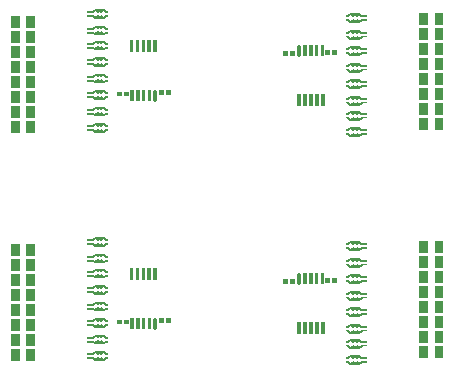
<source format=gbr>
G04 start of page 11 for group -4014 idx -4014 *
G04 Title: (unknown), bottompaste *
G04 Creator: pcb 4.2.0 *
G04 CreationDate: Wed Jul 29 20:49:24 2020 UTC *
G04 For: commonadmin *
G04 Format: Gerber/RS-274X *
G04 PCB-Dimensions (mil): 2000.00 2000.00 *
G04 PCB-Coordinate-Origin: lower left *
%MOIN*%
%FSLAX25Y25*%
%LNBOTTOMPASTE*%
%ADD60C,0.0120*%
%ADD59C,0.0001*%
%ADD58C,0.0060*%
G54D58*X45900Y80000D02*X48900D01*
X49600Y79300D01*
X45200D02*X45900Y80000D01*
G54D59*G36*
X43400Y79600D02*Y79000D01*
X45500D01*
Y79600D01*
X43400D01*
G37*
G36*
X49300D02*Y79000D01*
X50400D01*
Y79600D01*
X49300D01*
G37*
G54D58*X46200Y80000D02*X46800Y79400D01*
X47400Y80000D01*
X48000Y79400D02*X48600Y80000D01*
X47400D02*X48000Y79400D01*
X45900Y77400D02*X49000D01*
X49600Y78000D01*
X45300D02*X45900Y77400D01*
G54D59*G36*
X43400Y78300D02*Y77700D01*
X45600D01*
Y78300D01*
X43400D01*
G37*
G36*
X49300D02*Y77700D01*
X50400D01*
Y78300D01*
X49300D01*
G37*
G54D58*X46100Y77400D02*X46800Y78100D01*
X45900Y77400D02*X46100D01*
X46800Y78100D02*X47500Y77400D01*
X47300D02*X48000Y78100D01*
X48700Y77400D01*
X45900Y74500D02*X48900D01*
X49600Y73800D01*
X45200D02*X45900Y74500D01*
G54D59*G36*
X43400Y74100D02*Y73500D01*
X45500D01*
Y74100D01*
X43400D01*
G37*
G36*
X49300D02*Y73500D01*
X50400D01*
Y74100D01*
X49300D01*
G37*
G54D58*X46200Y74500D02*X46800Y73900D01*
X47400Y74500D01*
X48000Y73900D02*X48600Y74500D01*
X47400D02*X48000Y73900D01*
X45900Y71900D02*X49000D01*
X49600Y72500D01*
X45300D02*X45900Y71900D01*
G54D59*G36*
X43400Y72800D02*Y72200D01*
X45600D01*
Y72800D01*
X43400D01*
G37*
G36*
X49300D02*Y72200D01*
X50400D01*
Y72800D01*
X49300D01*
G37*
G54D58*X46100Y71900D02*X46800Y72600D01*
X45900Y71900D02*X46100D01*
X46800Y72600D02*X47500Y71900D01*
X47300D02*X48000Y72600D01*
X48700Y71900D01*
X45900Y69000D02*X48900D01*
X49600Y68300D01*
X45200D02*X45900Y69000D01*
G54D59*G36*
X43400Y68600D02*Y68000D01*
X45500D01*
Y68600D01*
X43400D01*
G37*
G36*
X49300D02*Y68000D01*
X50400D01*
Y68600D01*
X49300D01*
G37*
G54D58*X46200Y69000D02*X46800Y68400D01*
X47400Y69000D01*
X48000Y68400D02*X48600Y69000D01*
X47400D02*X48000Y68400D01*
X45900Y66400D02*X49000D01*
X49600Y67000D01*
X45300D02*X45900Y66400D01*
G54D59*G36*
X43400Y67300D02*Y66700D01*
X45600D01*
Y67300D01*
X43400D01*
G37*
G36*
X49300D02*Y66700D01*
X50400D01*
Y67300D01*
X49300D01*
G37*
G54D58*X46100Y66400D02*X46800Y67100D01*
X45900Y66400D02*X46100D01*
X46800Y67100D02*X47500Y66400D01*
X47300D02*X48000Y67100D01*
X48700Y66400D01*
X45900Y107000D02*X48900D01*
X49600Y106300D01*
X45200D02*X45900Y107000D01*
G54D59*G36*
X43400Y106600D02*Y106000D01*
X45500D01*
Y106600D01*
X43400D01*
G37*
G36*
X49300D02*Y106000D01*
X50400D01*
Y106600D01*
X49300D01*
G37*
G54D58*X46200Y107000D02*X46800Y106400D01*
X47400Y107000D01*
X48000Y106400D02*X48600Y107000D01*
X47400D02*X48000Y106400D01*
X45900Y104400D02*X49000D01*
X49600Y105000D01*
X45300D02*X45900Y104400D01*
G54D59*G36*
X43400Y105300D02*Y104700D01*
X45600D01*
Y105300D01*
X43400D01*
G37*
G36*
X49300D02*Y104700D01*
X50400D01*
Y105300D01*
X49300D01*
G37*
G54D58*X46100Y104400D02*X46800Y105100D01*
X45900Y104400D02*X46100D01*
X46800Y105100D02*X47500Y104400D01*
X47300D02*X48000Y105100D01*
X48700Y104400D01*
X45900Y101500D02*X48900D01*
X49600Y100800D01*
X45200D02*X45900Y101500D01*
G54D59*G36*
X43400Y101100D02*Y100500D01*
X45500D01*
Y101100D01*
X43400D01*
G37*
G36*
X49300D02*Y100500D01*
X50400D01*
Y101100D01*
X49300D01*
G37*
G54D58*X46200Y101500D02*X46800Y100900D01*
X47400Y101500D01*
X48000Y100900D02*X48600Y101500D01*
X47400D02*X48000Y100900D01*
X45900Y98900D02*X49000D01*
X49600Y99500D01*
X45300D02*X45900Y98900D01*
G54D59*G36*
X43400Y99800D02*Y99200D01*
X45600D01*
Y99800D01*
X43400D01*
G37*
G36*
X49300D02*Y99200D01*
X50400D01*
Y99800D01*
X49300D01*
G37*
G54D58*X46100Y98900D02*X46800Y99600D01*
X45900Y98900D02*X46100D01*
X46800Y99600D02*X47500Y98900D01*
X47300D02*X48000Y99600D01*
X48700Y98900D01*
X45900Y96500D02*X48900D01*
X49600Y95800D01*
X45200D02*X45900Y96500D01*
G54D59*G36*
X43400Y96100D02*Y95500D01*
X45500D01*
Y96100D01*
X43400D01*
G37*
G36*
X49300D02*Y95500D01*
X50400D01*
Y96100D01*
X49300D01*
G37*
G54D58*X46200Y96500D02*X46800Y95900D01*
X47400Y96500D01*
X48000Y95900D02*X48600Y96500D01*
X47400D02*X48000Y95900D01*
X45900Y93900D02*X49000D01*
X49600Y94500D01*
X45300D02*X45900Y93900D01*
G54D59*G36*
X43400Y94800D02*Y94200D01*
X45600D01*
Y94800D01*
X43400D01*
G37*
G36*
X49300D02*Y94200D01*
X50400D01*
Y94800D01*
X49300D01*
G37*
G54D58*X46100Y93900D02*X46800Y94600D01*
X45900Y93900D02*X46100D01*
X46800Y94600D02*X47500Y93900D01*
X47300D02*X48000Y94600D01*
X48700Y93900D01*
X45900Y91000D02*X48900D01*
X49600Y90300D01*
X45200D02*X45900Y91000D01*
G54D59*G36*
X43400Y90600D02*Y90000D01*
X45500D01*
Y90600D01*
X43400D01*
G37*
G36*
X49300D02*Y90000D01*
X50400D01*
Y90600D01*
X49300D01*
G37*
G54D58*X46200Y91000D02*X46800Y90400D01*
X47400Y91000D01*
X48000Y90400D02*X48600Y91000D01*
X47400D02*X48000Y90400D01*
X45900Y88400D02*X49000D01*
X49600Y89000D01*
X45300D02*X45900Y88400D01*
G54D59*G36*
X43400Y89300D02*Y88700D01*
X45600D01*
Y89300D01*
X43400D01*
G37*
G36*
X49300D02*Y88700D01*
X50400D01*
Y89300D01*
X49300D01*
G37*
G54D58*X46100Y88400D02*X46800Y89100D01*
X45900Y88400D02*X46100D01*
X46800Y89100D02*X47500Y88400D01*
X47300D02*X48000Y89100D01*
X48700Y88400D01*
X45900Y85500D02*X48900D01*
X49600Y84800D01*
X45200D02*X45900Y85500D01*
G54D59*G36*
X43400Y85100D02*Y84500D01*
X45500D01*
Y85100D01*
X43400D01*
G37*
G36*
X49300D02*Y84500D01*
X50400D01*
Y85100D01*
X49300D01*
G37*
G54D58*X46200Y85500D02*X46800Y84900D01*
X47400Y85500D01*
X48000Y84900D02*X48600Y85500D01*
X47400D02*X48000Y84900D01*
X45900Y82900D02*X49000D01*
X49600Y83500D01*
X45300D02*X45900Y82900D01*
G54D59*G36*
X43400Y83800D02*Y83200D01*
X45600D01*
Y83800D01*
X43400D01*
G37*
G36*
X49300D02*Y83200D01*
X50400D01*
Y83800D01*
X49300D01*
G37*
G54D58*X46100Y82900D02*X46800Y83600D01*
X45900Y82900D02*X46100D01*
X46800Y83600D02*X47500Y82900D01*
X47300D02*X48000Y83600D01*
X48700Y82900D01*
G54D59*G36*
X67351Y80287D02*Y78713D01*
X68925D01*
Y80287D01*
X67351D01*
G37*
G36*
X69713D02*Y78713D01*
X71287D01*
Y80287D01*
X69713D01*
G37*
G54D60*X66100Y79800D02*Y77200D01*
G54D59*G36*
X64700Y80400D02*X63500D01*
Y76600D01*
X64700D01*
Y80400D01*
G37*
G36*
X62700D02*X61500D01*
Y76600D01*
X62700D01*
Y80400D01*
G37*
G36*
X60800D02*X59600D01*
Y76600D01*
X60800D01*
Y80400D01*
G37*
G36*
X58800D02*X57600D01*
Y76600D01*
X58800D01*
Y80400D01*
G37*
G36*
X58700Y96900D02*X57500D01*
Y93100D01*
X58700D01*
Y96900D01*
G37*
G36*
X60700D02*X59500D01*
Y93100D01*
X60700D01*
Y96900D01*
G37*
G36*
X62700D02*X61500D01*
Y93100D01*
X62700D01*
Y96900D01*
G37*
G36*
X64600D02*X63400D01*
Y93100D01*
X64600D01*
Y96900D01*
G37*
G36*
X66600D02*X65400D01*
Y93100D01*
X66600D01*
Y96900D01*
G37*
G36*
X55713Y79787D02*Y78213D01*
X57287D01*
Y79787D01*
X55713D01*
G37*
G36*
X53351D02*Y78213D01*
X54925D01*
Y79787D01*
X53351D01*
G37*
G36*
X25976Y69968D02*X23024D01*
Y66032D01*
X25976D01*
Y69968D01*
G37*
G36*
X20858D02*X17906D01*
Y66032D01*
X20858D01*
Y69968D01*
G37*
G36*
X25976Y94968D02*X23024D01*
Y91032D01*
X25976D01*
Y94968D01*
G37*
G36*
X20858D02*X17906D01*
Y91032D01*
X20858D01*
Y94968D01*
G37*
G36*
X25976Y99968D02*X23024D01*
Y96032D01*
X25976D01*
Y99968D01*
G37*
G36*
X20858D02*X17906D01*
Y96032D01*
X20858D01*
Y99968D01*
G37*
G36*
X25976Y104968D02*X23024D01*
Y101032D01*
X25976D01*
Y104968D01*
G37*
G36*
X20858D02*X17906D01*
Y101032D01*
X20858D01*
Y104968D01*
G37*
G36*
X25976Y89968D02*X23024D01*
Y86032D01*
X25976D01*
Y89968D01*
G37*
G36*
X20858D02*X17906D01*
Y86032D01*
X20858D01*
Y89968D01*
G37*
G36*
X25976Y84968D02*X23024D01*
Y81032D01*
X25976D01*
Y84968D01*
G37*
G36*
X20858D02*X17906D01*
Y81032D01*
X20858D01*
Y84968D01*
G37*
G36*
X25976Y79968D02*X23024D01*
Y76032D01*
X25976D01*
Y79968D01*
G37*
G36*
X20858D02*X17906D01*
Y76032D01*
X20858D01*
Y79968D01*
G37*
G36*
X25976Y74968D02*X23024D01*
Y71032D01*
X25976D01*
Y74968D01*
G37*
G36*
X20858D02*X17906D01*
Y71032D01*
X20858D01*
Y74968D01*
G37*
G54D58*X131100Y91969D02*X134100D01*
X130400Y92669D02*X131100Y91969D01*
X134100D02*X134800Y92669D01*
G54D59*G36*
X134500Y92969D02*Y92369D01*
X136600D01*
Y92969D01*
X134500D01*
G37*
G36*
X129600D02*Y92369D01*
X130700D01*
Y92969D01*
X129600D01*
G37*
G54D58*X133200Y92569D02*X133800Y91969D01*
X132600D02*X133200Y92569D01*
X131400Y91969D02*X132000Y92569D01*
X132600Y91969D01*
X131000Y94569D02*X134100D01*
X130400Y93969D02*X131000Y94569D01*
X134100D02*X134700Y93969D01*
G54D59*G36*
X134400Y94269D02*Y93669D01*
X136600D01*
Y94269D01*
X134400D01*
G37*
G36*
X129600D02*Y93669D01*
X130700D01*
Y94269D01*
X129600D01*
G37*
G54D58*X133200Y93869D02*X133900Y94569D01*
X134100D01*
X132500D02*X133200Y93869D01*
X132000D02*X132700Y94569D01*
X131300D02*X132000Y93869D01*
X131100Y97469D02*X134100D01*
X130400Y98169D02*X131100Y97469D01*
X134100D02*X134800Y98169D01*
G54D59*G36*
X134500Y98469D02*Y97869D01*
X136600D01*
Y98469D01*
X134500D01*
G37*
G36*
X129600D02*Y97869D01*
X130700D01*
Y98469D01*
X129600D01*
G37*
G54D58*X133200Y98069D02*X133800Y97469D01*
X132600D02*X133200Y98069D01*
X131400Y97469D02*X132000Y98069D01*
X132600Y97469D01*
X131000Y100069D02*X134100D01*
X130400Y99469D02*X131000Y100069D01*
X134100D02*X134700Y99469D01*
G54D59*G36*
X134400Y99769D02*Y99169D01*
X136600D01*
Y99769D01*
X134400D01*
G37*
G36*
X129600D02*Y99169D01*
X130700D01*
Y99769D01*
X129600D01*
G37*
G54D58*X133200Y99369D02*X133900Y100069D01*
X134100D01*
X132500D02*X133200Y99369D01*
X132000D02*X132700Y100069D01*
X131300D02*X132000Y99369D01*
X131100Y102969D02*X134100D01*
X130400Y103669D02*X131100Y102969D01*
X134100D02*X134800Y103669D01*
G54D59*G36*
X134500Y103969D02*Y103369D01*
X136600D01*
Y103969D01*
X134500D01*
G37*
G36*
X129600D02*Y103369D01*
X130700D01*
Y103969D01*
X129600D01*
G37*
G54D58*X133200Y103569D02*X133800Y102969D01*
X132600D02*X133200Y103569D01*
X131400Y102969D02*X132000Y103569D01*
X132600Y102969D01*
X131000Y105569D02*X134100D01*
X130400Y104969D02*X131000Y105569D01*
X134100D02*X134700Y104969D01*
G54D59*G36*
X134400Y105269D02*Y104669D01*
X136600D01*
Y105269D01*
X134400D01*
G37*
G36*
X129600D02*Y104669D01*
X130700D01*
Y105269D01*
X129600D01*
G37*
G54D58*X133200Y104869D02*X133900Y105569D01*
X134100D01*
X132500D02*X133200Y104869D01*
X132000D02*X132700Y105569D01*
X131300D02*X132000Y104869D01*
X131100Y64969D02*X134100D01*
X130400Y65669D02*X131100Y64969D01*
X134100D02*X134800Y65669D01*
G54D59*G36*
X134500Y65969D02*Y65369D01*
X136600D01*
Y65969D01*
X134500D01*
G37*
G36*
X129600D02*Y65369D01*
X130700D01*
Y65969D01*
X129600D01*
G37*
G54D58*X133200Y65569D02*X133800Y64969D01*
X132600D02*X133200Y65569D01*
X131400Y64969D02*X132000Y65569D01*
X132600Y64969D01*
X131000Y67569D02*X134100D01*
X130400Y66969D02*X131000Y67569D01*
X134100D02*X134700Y66969D01*
G54D59*G36*
X134400Y67269D02*Y66669D01*
X136600D01*
Y67269D01*
X134400D01*
G37*
G36*
X129600D02*Y66669D01*
X130700D01*
Y67269D01*
X129600D01*
G37*
G54D58*X133200Y66869D02*X133900Y67569D01*
X134100D01*
X132500D02*X133200Y66869D01*
X132000D02*X132700Y67569D01*
X131300D02*X132000Y66869D01*
X131100Y70469D02*X134100D01*
X130400Y71169D02*X131100Y70469D01*
X134100D02*X134800Y71169D01*
G54D59*G36*
X134500Y71469D02*Y70869D01*
X136600D01*
Y71469D01*
X134500D01*
G37*
G36*
X129600D02*Y70869D01*
X130700D01*
Y71469D01*
X129600D01*
G37*
G54D58*X133200Y71069D02*X133800Y70469D01*
X132600D02*X133200Y71069D01*
X131400Y70469D02*X132000Y71069D01*
X132600Y70469D01*
X131000Y73069D02*X134100D01*
X130400Y72469D02*X131000Y73069D01*
X134100D02*X134700Y72469D01*
G54D59*G36*
X134400Y72769D02*Y72169D01*
X136600D01*
Y72769D01*
X134400D01*
G37*
G36*
X129600D02*Y72169D01*
X130700D01*
Y72769D01*
X129600D01*
G37*
G54D58*X133200Y72369D02*X133900Y73069D01*
X134100D01*
X132500D02*X133200Y72369D01*
X132000D02*X132700Y73069D01*
X131300D02*X132000Y72369D01*
X131100Y75469D02*X134100D01*
X130400Y76169D02*X131100Y75469D01*
X134100D02*X134800Y76169D01*
G54D59*G36*
X134500Y76469D02*Y75869D01*
X136600D01*
Y76469D01*
X134500D01*
G37*
G36*
X129600D02*Y75869D01*
X130700D01*
Y76469D01*
X129600D01*
G37*
G54D58*X133200Y76069D02*X133800Y75469D01*
X132600D02*X133200Y76069D01*
X131400Y75469D02*X132000Y76069D01*
X132600Y75469D01*
X131000Y78069D02*X134100D01*
X130400Y77469D02*X131000Y78069D01*
X134100D02*X134700Y77469D01*
G54D59*G36*
X134400Y77769D02*Y77169D01*
X136600D01*
Y77769D01*
X134400D01*
G37*
G36*
X129600D02*Y77169D01*
X130700D01*
Y77769D01*
X129600D01*
G37*
G54D58*X133200Y77369D02*X133900Y78069D01*
X134100D01*
X132500D02*X133200Y77369D01*
X132000D02*X132700Y78069D01*
X131300D02*X132000Y77369D01*
X131100Y80969D02*X134100D01*
X130400Y81669D02*X131100Y80969D01*
X134100D02*X134800Y81669D01*
G54D59*G36*
X134500Y81969D02*Y81369D01*
X136600D01*
Y81969D01*
X134500D01*
G37*
G36*
X129600D02*Y81369D01*
X130700D01*
Y81969D01*
X129600D01*
G37*
G54D58*X133200Y81569D02*X133800Y80969D01*
X132600D02*X133200Y81569D01*
X131400Y80969D02*X132000Y81569D01*
X132600Y80969D01*
X131000Y83569D02*X134100D01*
X130400Y82969D02*X131000Y83569D01*
X134100D02*X134700Y82969D01*
G54D59*G36*
X134400Y83269D02*Y82669D01*
X136600D01*
Y83269D01*
X134400D01*
G37*
G36*
X129600D02*Y82669D01*
X130700D01*
Y83269D01*
X129600D01*
G37*
G54D58*X133200Y82869D02*X133900Y83569D01*
X134100D01*
X132500D02*X133200Y82869D01*
X132000D02*X132700Y83569D01*
X131300D02*X132000Y82869D01*
X131100Y86469D02*X134100D01*
X130400Y87169D02*X131100Y86469D01*
X134100D02*X134800Y87169D01*
G54D59*G36*
X134500Y87469D02*Y86869D01*
X136600D01*
Y87469D01*
X134500D01*
G37*
G36*
X129600D02*Y86869D01*
X130700D01*
Y87469D01*
X129600D01*
G37*
G54D58*X133200Y87069D02*X133800Y86469D01*
X132600D02*X133200Y87069D01*
X131400Y86469D02*X132000Y87069D01*
X132600Y86469D01*
X131000Y89069D02*X134100D01*
X130400Y88469D02*X131000Y89069D01*
X134100D02*X134700Y88469D01*
G54D59*G36*
X134400Y88769D02*Y88169D01*
X136600D01*
Y88769D01*
X134400D01*
G37*
G36*
X129600D02*Y88169D01*
X130700D01*
Y88769D01*
X129600D01*
G37*
G54D58*X133200Y88369D02*X133900Y89069D01*
X134100D01*
X132500D02*X133200Y88369D01*
X132000D02*X132700Y89069D01*
X131300D02*X132000Y88369D01*
G54D59*G36*
X111075Y93256D02*Y91682D01*
X112649D01*
Y93256D01*
X111075D01*
G37*
G36*
X108713D02*Y91682D01*
X110287D01*
Y93256D01*
X108713D01*
G37*
G54D60*X113900Y94769D02*Y92169D01*
G54D59*G36*
X116500Y95369D02*X115300D01*
Y91569D01*
X116500D01*
Y95369D01*
G37*
G36*
X118500D02*X117300D01*
Y91569D01*
X118500D01*
Y95369D01*
G37*
G36*
X120400D02*X119200D01*
Y91569D01*
X120400D01*
Y95369D01*
G37*
G36*
X122400D02*X121200D01*
Y91569D01*
X122400D01*
Y95369D01*
G37*
G36*
X122500Y78869D02*X121300D01*
Y75069D01*
X122500D01*
Y78869D01*
G37*
G36*
X120500D02*X119300D01*
Y75069D01*
X120500D01*
Y78869D01*
G37*
G36*
X118500D02*X117300D01*
Y75069D01*
X118500D01*
Y78869D01*
G37*
G36*
X116600D02*X115400D01*
Y75069D01*
X116600D01*
Y78869D01*
G37*
G36*
X114600D02*X113400D01*
Y75069D01*
X114600D01*
Y78869D01*
G37*
G36*
X122713Y93756D02*Y92182D01*
X124287D01*
Y93756D01*
X122713D01*
G37*
G36*
X125075D02*Y92182D01*
X126649D01*
Y93756D01*
X125075D01*
G37*
G36*
X156976Y105937D02*X154024D01*
Y102001D01*
X156976D01*
Y105937D01*
G37*
G36*
X162094D02*X159142D01*
Y102001D01*
X162094D01*
Y105937D01*
G37*
G36*
X156976Y80937D02*X154024D01*
Y77001D01*
X156976D01*
Y80937D01*
G37*
G36*
X162094D02*X159142D01*
Y77001D01*
X162094D01*
Y80937D01*
G37*
G36*
X156976Y75937D02*X154024D01*
Y72001D01*
X156976D01*
Y75937D01*
G37*
G36*
X162094D02*X159142D01*
Y72001D01*
X162094D01*
Y75937D01*
G37*
G36*
X156976Y70937D02*X154024D01*
Y67001D01*
X156976D01*
Y70937D01*
G37*
G36*
X162094D02*X159142D01*
Y67001D01*
X162094D01*
Y70937D01*
G37*
G36*
X156976Y85937D02*X154024D01*
Y82001D01*
X156976D01*
Y85937D01*
G37*
G36*
X162094D02*X159142D01*
Y82001D01*
X162094D01*
Y85937D01*
G37*
G36*
X156976Y90937D02*X154024D01*
Y87001D01*
X156976D01*
Y90937D01*
G37*
G36*
X162094D02*X159142D01*
Y87001D01*
X162094D01*
Y90937D01*
G37*
G36*
X156976Y95937D02*X154024D01*
Y92001D01*
X156976D01*
Y95937D01*
G37*
G36*
X162094D02*X159142D01*
Y92001D01*
X162094D01*
Y95937D01*
G37*
G36*
X156976Y100937D02*X154024D01*
Y97001D01*
X156976D01*
Y100937D01*
G37*
G36*
X162094D02*X159142D01*
Y97001D01*
X162094D01*
Y100937D01*
G37*
G54D58*X45900Y156000D02*X48900D01*
X49600Y155300D01*
X45200D02*X45900Y156000D01*
G54D59*G36*
X43400Y155600D02*Y155000D01*
X45500D01*
Y155600D01*
X43400D01*
G37*
G36*
X49300D02*Y155000D01*
X50400D01*
Y155600D01*
X49300D01*
G37*
G54D58*X46200Y156000D02*X46800Y155400D01*
X47400Y156000D01*
X48000Y155400D02*X48600Y156000D01*
X47400D02*X48000Y155400D01*
X45900Y153400D02*X49000D01*
X49600Y154000D01*
X45300D02*X45900Y153400D01*
G54D59*G36*
X43400Y154300D02*Y153700D01*
X45600D01*
Y154300D01*
X43400D01*
G37*
G36*
X49300D02*Y153700D01*
X50400D01*
Y154300D01*
X49300D01*
G37*
G54D58*X46100Y153400D02*X46800Y154100D01*
X45900Y153400D02*X46100D01*
X46800Y154100D02*X47500Y153400D01*
X47300D02*X48000Y154100D01*
X48700Y153400D01*
X45900Y150500D02*X48900D01*
X49600Y149800D01*
X45200D02*X45900Y150500D01*
G54D59*G36*
X43400Y150100D02*Y149500D01*
X45500D01*
Y150100D01*
X43400D01*
G37*
G36*
X49300D02*Y149500D01*
X50400D01*
Y150100D01*
X49300D01*
G37*
G54D58*X46200Y150500D02*X46800Y149900D01*
X47400Y150500D01*
X48000Y149900D02*X48600Y150500D01*
X47400D02*X48000Y149900D01*
X45900Y147900D02*X49000D01*
X49600Y148500D01*
X45300D02*X45900Y147900D01*
G54D59*G36*
X43400Y148800D02*Y148200D01*
X45600D01*
Y148800D01*
X43400D01*
G37*
G36*
X49300D02*Y148200D01*
X50400D01*
Y148800D01*
X49300D01*
G37*
G54D58*X46100Y147900D02*X46800Y148600D01*
X45900Y147900D02*X46100D01*
X46800Y148600D02*X47500Y147900D01*
X47300D02*X48000Y148600D01*
X48700Y147900D01*
X45900Y145000D02*X48900D01*
X49600Y144300D01*
X45200D02*X45900Y145000D01*
G54D59*G36*
X43400Y144600D02*Y144000D01*
X45500D01*
Y144600D01*
X43400D01*
G37*
G36*
X49300D02*Y144000D01*
X50400D01*
Y144600D01*
X49300D01*
G37*
G54D58*X46200Y145000D02*X46800Y144400D01*
X47400Y145000D01*
X48000Y144400D02*X48600Y145000D01*
X47400D02*X48000Y144400D01*
X45900Y142400D02*X49000D01*
X49600Y143000D01*
X45300D02*X45900Y142400D01*
G54D59*G36*
X43400Y143300D02*Y142700D01*
X45600D01*
Y143300D01*
X43400D01*
G37*
G36*
X49300D02*Y142700D01*
X50400D01*
Y143300D01*
X49300D01*
G37*
G54D58*X46100Y142400D02*X46800Y143100D01*
X45900Y142400D02*X46100D01*
X46800Y143100D02*X47500Y142400D01*
X47300D02*X48000Y143100D01*
X48700Y142400D01*
X45900Y183000D02*X48900D01*
X49600Y182300D01*
X45200D02*X45900Y183000D01*
G54D59*G36*
X43400Y182600D02*Y182000D01*
X45500D01*
Y182600D01*
X43400D01*
G37*
G36*
X49300D02*Y182000D01*
X50400D01*
Y182600D01*
X49300D01*
G37*
G54D58*X46200Y183000D02*X46800Y182400D01*
X47400Y183000D01*
X48000Y182400D02*X48600Y183000D01*
X47400D02*X48000Y182400D01*
X45900Y180400D02*X49000D01*
X49600Y181000D01*
X45300D02*X45900Y180400D01*
G54D59*G36*
X43400Y181300D02*Y180700D01*
X45600D01*
Y181300D01*
X43400D01*
G37*
G36*
X49300D02*Y180700D01*
X50400D01*
Y181300D01*
X49300D01*
G37*
G54D58*X46100Y180400D02*X46800Y181100D01*
X45900Y180400D02*X46100D01*
X46800Y181100D02*X47500Y180400D01*
X47300D02*X48000Y181100D01*
X48700Y180400D01*
X45900Y177500D02*X48900D01*
X49600Y176800D01*
X45200D02*X45900Y177500D01*
G54D59*G36*
X43400Y177100D02*Y176500D01*
X45500D01*
Y177100D01*
X43400D01*
G37*
G36*
X49300D02*Y176500D01*
X50400D01*
Y177100D01*
X49300D01*
G37*
G54D58*X46200Y177500D02*X46800Y176900D01*
X47400Y177500D01*
X48000Y176900D02*X48600Y177500D01*
X47400D02*X48000Y176900D01*
X45900Y174900D02*X49000D01*
X49600Y175500D01*
X45300D02*X45900Y174900D01*
G54D59*G36*
X43400Y175800D02*Y175200D01*
X45600D01*
Y175800D01*
X43400D01*
G37*
G36*
X49300D02*Y175200D01*
X50400D01*
Y175800D01*
X49300D01*
G37*
G54D58*X46100Y174900D02*X46800Y175600D01*
X45900Y174900D02*X46100D01*
X46800Y175600D02*X47500Y174900D01*
X47300D02*X48000Y175600D01*
X48700Y174900D01*
X45900Y172500D02*X48900D01*
X49600Y171800D01*
X45200D02*X45900Y172500D01*
G54D59*G36*
X43400Y172100D02*Y171500D01*
X45500D01*
Y172100D01*
X43400D01*
G37*
G36*
X49300D02*Y171500D01*
X50400D01*
Y172100D01*
X49300D01*
G37*
G54D58*X46200Y172500D02*X46800Y171900D01*
X47400Y172500D01*
X48000Y171900D02*X48600Y172500D01*
X47400D02*X48000Y171900D01*
X45900Y169900D02*X49000D01*
X49600Y170500D01*
X45300D02*X45900Y169900D01*
G54D59*G36*
X43400Y170800D02*Y170200D01*
X45600D01*
Y170800D01*
X43400D01*
G37*
G36*
X49300D02*Y170200D01*
X50400D01*
Y170800D01*
X49300D01*
G37*
G54D58*X46100Y169900D02*X46800Y170600D01*
X45900Y169900D02*X46100D01*
X46800Y170600D02*X47500Y169900D01*
X47300D02*X48000Y170600D01*
X48700Y169900D01*
X45900Y167000D02*X48900D01*
X49600Y166300D01*
X45200D02*X45900Y167000D01*
G54D59*G36*
X43400Y166600D02*Y166000D01*
X45500D01*
Y166600D01*
X43400D01*
G37*
G36*
X49300D02*Y166000D01*
X50400D01*
Y166600D01*
X49300D01*
G37*
G54D58*X46200Y167000D02*X46800Y166400D01*
X47400Y167000D01*
X48000Y166400D02*X48600Y167000D01*
X47400D02*X48000Y166400D01*
X45900Y164400D02*X49000D01*
X49600Y165000D01*
X45300D02*X45900Y164400D01*
G54D59*G36*
X43400Y165300D02*Y164700D01*
X45600D01*
Y165300D01*
X43400D01*
G37*
G36*
X49300D02*Y164700D01*
X50400D01*
Y165300D01*
X49300D01*
G37*
G54D58*X46100Y164400D02*X46800Y165100D01*
X45900Y164400D02*X46100D01*
X46800Y165100D02*X47500Y164400D01*
X47300D02*X48000Y165100D01*
X48700Y164400D01*
X45900Y161500D02*X48900D01*
X49600Y160800D01*
X45200D02*X45900Y161500D01*
G54D59*G36*
X43400Y161100D02*Y160500D01*
X45500D01*
Y161100D01*
X43400D01*
G37*
G36*
X49300D02*Y160500D01*
X50400D01*
Y161100D01*
X49300D01*
G37*
G54D58*X46200Y161500D02*X46800Y160900D01*
X47400Y161500D01*
X48000Y160900D02*X48600Y161500D01*
X47400D02*X48000Y160900D01*
X45900Y158900D02*X49000D01*
X49600Y159500D01*
X45300D02*X45900Y158900D01*
G54D59*G36*
X43400Y159800D02*Y159200D01*
X45600D01*
Y159800D01*
X43400D01*
G37*
G36*
X49300D02*Y159200D01*
X50400D01*
Y159800D01*
X49300D01*
G37*
G54D58*X46100Y158900D02*X46800Y159600D01*
X45900Y158900D02*X46100D01*
X46800Y159600D02*X47500Y158900D01*
X47300D02*X48000Y159600D01*
X48700Y158900D01*
G54D59*G36*
X67351Y156287D02*Y154713D01*
X68925D01*
Y156287D01*
X67351D01*
G37*
G36*
X69713D02*Y154713D01*
X71287D01*
Y156287D01*
X69713D01*
G37*
G54D60*X66100Y155800D02*Y153200D01*
G54D59*G36*
X64700Y156400D02*X63500D01*
Y152600D01*
X64700D01*
Y156400D01*
G37*
G36*
X62700D02*X61500D01*
Y152600D01*
X62700D01*
Y156400D01*
G37*
G36*
X60800D02*X59600D01*
Y152600D01*
X60800D01*
Y156400D01*
G37*
G36*
X58800D02*X57600D01*
Y152600D01*
X58800D01*
Y156400D01*
G37*
G36*
X58700Y172900D02*X57500D01*
Y169100D01*
X58700D01*
Y172900D01*
G37*
G36*
X60700D02*X59500D01*
Y169100D01*
X60700D01*
Y172900D01*
G37*
G36*
X62700D02*X61500D01*
Y169100D01*
X62700D01*
Y172900D01*
G37*
G36*
X64600D02*X63400D01*
Y169100D01*
X64600D01*
Y172900D01*
G37*
G36*
X66600D02*X65400D01*
Y169100D01*
X66600D01*
Y172900D01*
G37*
G36*
X55713Y155787D02*Y154213D01*
X57287D01*
Y155787D01*
X55713D01*
G37*
G36*
X53351D02*Y154213D01*
X54925D01*
Y155787D01*
X53351D01*
G37*
G36*
X25976Y145968D02*X23024D01*
Y142032D01*
X25976D01*
Y145968D01*
G37*
G36*
X20858D02*X17906D01*
Y142032D01*
X20858D01*
Y145968D01*
G37*
G36*
X25976Y170968D02*X23024D01*
Y167032D01*
X25976D01*
Y170968D01*
G37*
G36*
X20858D02*X17906D01*
Y167032D01*
X20858D01*
Y170968D01*
G37*
G36*
X25976Y175968D02*X23024D01*
Y172032D01*
X25976D01*
Y175968D01*
G37*
G36*
X20858D02*X17906D01*
Y172032D01*
X20858D01*
Y175968D01*
G37*
G36*
X25976Y180968D02*X23024D01*
Y177032D01*
X25976D01*
Y180968D01*
G37*
G36*
X20858D02*X17906D01*
Y177032D01*
X20858D01*
Y180968D01*
G37*
G36*
X25976Y165968D02*X23024D01*
Y162032D01*
X25976D01*
Y165968D01*
G37*
G36*
X20858D02*X17906D01*
Y162032D01*
X20858D01*
Y165968D01*
G37*
G36*
X25976Y160968D02*X23024D01*
Y157032D01*
X25976D01*
Y160968D01*
G37*
G36*
X20858D02*X17906D01*
Y157032D01*
X20858D01*
Y160968D01*
G37*
G36*
X25976Y155968D02*X23024D01*
Y152032D01*
X25976D01*
Y155968D01*
G37*
G36*
X20858D02*X17906D01*
Y152032D01*
X20858D01*
Y155968D01*
G37*
G36*
X25976Y150968D02*X23024D01*
Y147032D01*
X25976D01*
Y150968D01*
G37*
G36*
X20858D02*X17906D01*
Y147032D01*
X20858D01*
Y150968D01*
G37*
G54D58*X131100Y167969D02*X134100D01*
X130400Y168669D02*X131100Y167969D01*
X134100D02*X134800Y168669D01*
G54D59*G36*
X134500Y168969D02*Y168369D01*
X136600D01*
Y168969D01*
X134500D01*
G37*
G36*
X129600D02*Y168369D01*
X130700D01*
Y168969D01*
X129600D01*
G37*
G54D58*X133200Y168569D02*X133800Y167969D01*
X132600D02*X133200Y168569D01*
X131400Y167969D02*X132000Y168569D01*
X132600Y167969D01*
X131000Y170569D02*X134100D01*
X130400Y169969D02*X131000Y170569D01*
X134100D02*X134700Y169969D01*
G54D59*G36*
X134400Y170269D02*Y169669D01*
X136600D01*
Y170269D01*
X134400D01*
G37*
G36*
X129600D02*Y169669D01*
X130700D01*
Y170269D01*
X129600D01*
G37*
G54D58*X133200Y169869D02*X133900Y170569D01*
X134100D01*
X132500D02*X133200Y169869D01*
X132000D02*X132700Y170569D01*
X131300D02*X132000Y169869D01*
X131100Y173469D02*X134100D01*
X130400Y174169D02*X131100Y173469D01*
X134100D02*X134800Y174169D01*
G54D59*G36*
X134500Y174469D02*Y173869D01*
X136600D01*
Y174469D01*
X134500D01*
G37*
G36*
X129600D02*Y173869D01*
X130700D01*
Y174469D01*
X129600D01*
G37*
G54D58*X133200Y174069D02*X133800Y173469D01*
X132600D02*X133200Y174069D01*
X131400Y173469D02*X132000Y174069D01*
X132600Y173469D01*
X131000Y176069D02*X134100D01*
X130400Y175469D02*X131000Y176069D01*
X134100D02*X134700Y175469D01*
G54D59*G36*
X134400Y175769D02*Y175169D01*
X136600D01*
Y175769D01*
X134400D01*
G37*
G36*
X129600D02*Y175169D01*
X130700D01*
Y175769D01*
X129600D01*
G37*
G54D58*X133200Y175369D02*X133900Y176069D01*
X134100D01*
X132500D02*X133200Y175369D01*
X132000D02*X132700Y176069D01*
X131300D02*X132000Y175369D01*
X131100Y178969D02*X134100D01*
X130400Y179669D02*X131100Y178969D01*
X134100D02*X134800Y179669D01*
G54D59*G36*
X134500Y179969D02*Y179369D01*
X136600D01*
Y179969D01*
X134500D01*
G37*
G36*
X129600D02*Y179369D01*
X130700D01*
Y179969D01*
X129600D01*
G37*
G54D58*X133200Y179569D02*X133800Y178969D01*
X132600D02*X133200Y179569D01*
X131400Y178969D02*X132000Y179569D01*
X132600Y178969D01*
X131000Y181569D02*X134100D01*
X130400Y180969D02*X131000Y181569D01*
X134100D02*X134700Y180969D01*
G54D59*G36*
X134400Y181269D02*Y180669D01*
X136600D01*
Y181269D01*
X134400D01*
G37*
G36*
X129600D02*Y180669D01*
X130700D01*
Y181269D01*
X129600D01*
G37*
G54D58*X133200Y180869D02*X133900Y181569D01*
X134100D01*
X132500D02*X133200Y180869D01*
X132000D02*X132700Y181569D01*
X131300D02*X132000Y180869D01*
X131100Y140969D02*X134100D01*
X130400Y141669D02*X131100Y140969D01*
X134100D02*X134800Y141669D01*
G54D59*G36*
X134500Y141969D02*Y141369D01*
X136600D01*
Y141969D01*
X134500D01*
G37*
G36*
X129600D02*Y141369D01*
X130700D01*
Y141969D01*
X129600D01*
G37*
G54D58*X133200Y141569D02*X133800Y140969D01*
X132600D02*X133200Y141569D01*
X131400Y140969D02*X132000Y141569D01*
X132600Y140969D01*
X131000Y143569D02*X134100D01*
X130400Y142969D02*X131000Y143569D01*
X134100D02*X134700Y142969D01*
G54D59*G36*
X134400Y143269D02*Y142669D01*
X136600D01*
Y143269D01*
X134400D01*
G37*
G36*
X129600D02*Y142669D01*
X130700D01*
Y143269D01*
X129600D01*
G37*
G54D58*X133200Y142869D02*X133900Y143569D01*
X134100D01*
X132500D02*X133200Y142869D01*
X132000D02*X132700Y143569D01*
X131300D02*X132000Y142869D01*
X131100Y146469D02*X134100D01*
X130400Y147169D02*X131100Y146469D01*
X134100D02*X134800Y147169D01*
G54D59*G36*
X134500Y147469D02*Y146869D01*
X136600D01*
Y147469D01*
X134500D01*
G37*
G36*
X129600D02*Y146869D01*
X130700D01*
Y147469D01*
X129600D01*
G37*
G54D58*X133200Y147069D02*X133800Y146469D01*
X132600D02*X133200Y147069D01*
X131400Y146469D02*X132000Y147069D01*
X132600Y146469D01*
X131000Y149069D02*X134100D01*
X130400Y148469D02*X131000Y149069D01*
X134100D02*X134700Y148469D01*
G54D59*G36*
X134400Y148769D02*Y148169D01*
X136600D01*
Y148769D01*
X134400D01*
G37*
G36*
X129600D02*Y148169D01*
X130700D01*
Y148769D01*
X129600D01*
G37*
G54D58*X133200Y148369D02*X133900Y149069D01*
X134100D01*
X132500D02*X133200Y148369D01*
X132000D02*X132700Y149069D01*
X131300D02*X132000Y148369D01*
X131100Y151469D02*X134100D01*
X130400Y152169D02*X131100Y151469D01*
X134100D02*X134800Y152169D01*
G54D59*G36*
X134500Y152469D02*Y151869D01*
X136600D01*
Y152469D01*
X134500D01*
G37*
G36*
X129600D02*Y151869D01*
X130700D01*
Y152469D01*
X129600D01*
G37*
G54D58*X133200Y152069D02*X133800Y151469D01*
X132600D02*X133200Y152069D01*
X131400Y151469D02*X132000Y152069D01*
X132600Y151469D01*
X131000Y154069D02*X134100D01*
X130400Y153469D02*X131000Y154069D01*
X134100D02*X134700Y153469D01*
G54D59*G36*
X134400Y153769D02*Y153169D01*
X136600D01*
Y153769D01*
X134400D01*
G37*
G36*
X129600D02*Y153169D01*
X130700D01*
Y153769D01*
X129600D01*
G37*
G54D58*X133200Y153369D02*X133900Y154069D01*
X134100D01*
X132500D02*X133200Y153369D01*
X132000D02*X132700Y154069D01*
X131300D02*X132000Y153369D01*
X131100Y156969D02*X134100D01*
X130400Y157669D02*X131100Y156969D01*
X134100D02*X134800Y157669D01*
G54D59*G36*
X134500Y157969D02*Y157369D01*
X136600D01*
Y157969D01*
X134500D01*
G37*
G36*
X129600D02*Y157369D01*
X130700D01*
Y157969D01*
X129600D01*
G37*
G54D58*X133200Y157569D02*X133800Y156969D01*
X132600D02*X133200Y157569D01*
X131400Y156969D02*X132000Y157569D01*
X132600Y156969D01*
X131000Y159569D02*X134100D01*
X130400Y158969D02*X131000Y159569D01*
X134100D02*X134700Y158969D01*
G54D59*G36*
X134400Y159269D02*Y158669D01*
X136600D01*
Y159269D01*
X134400D01*
G37*
G36*
X129600D02*Y158669D01*
X130700D01*
Y159269D01*
X129600D01*
G37*
G54D58*X133200Y158869D02*X133900Y159569D01*
X134100D01*
X132500D02*X133200Y158869D01*
X132000D02*X132700Y159569D01*
X131300D02*X132000Y158869D01*
X131100Y162469D02*X134100D01*
X130400Y163169D02*X131100Y162469D01*
X134100D02*X134800Y163169D01*
G54D59*G36*
X134500Y163469D02*Y162869D01*
X136600D01*
Y163469D01*
X134500D01*
G37*
G36*
X129600D02*Y162869D01*
X130700D01*
Y163469D01*
X129600D01*
G37*
G54D58*X133200Y163069D02*X133800Y162469D01*
X132600D02*X133200Y163069D01*
X131400Y162469D02*X132000Y163069D01*
X132600Y162469D01*
X131000Y165069D02*X134100D01*
X130400Y164469D02*X131000Y165069D01*
X134100D02*X134700Y164469D01*
G54D59*G36*
X134400Y164769D02*Y164169D01*
X136600D01*
Y164769D01*
X134400D01*
G37*
G36*
X129600D02*Y164169D01*
X130700D01*
Y164769D01*
X129600D01*
G37*
G54D58*X133200Y164369D02*X133900Y165069D01*
X134100D01*
X132500D02*X133200Y164369D01*
X132000D02*X132700Y165069D01*
X131300D02*X132000Y164369D01*
G54D59*G36*
X111075Y169256D02*Y167682D01*
X112649D01*
Y169256D01*
X111075D01*
G37*
G36*
X108713D02*Y167682D01*
X110287D01*
Y169256D01*
X108713D01*
G37*
G54D60*X113900Y170769D02*Y168169D01*
G54D59*G36*
X116500Y171369D02*X115300D01*
Y167569D01*
X116500D01*
Y171369D01*
G37*
G36*
X118500D02*X117300D01*
Y167569D01*
X118500D01*
Y171369D01*
G37*
G36*
X120400D02*X119200D01*
Y167569D01*
X120400D01*
Y171369D01*
G37*
G36*
X122400D02*X121200D01*
Y167569D01*
X122400D01*
Y171369D01*
G37*
G36*
X122500Y154869D02*X121300D01*
Y151069D01*
X122500D01*
Y154869D01*
G37*
G36*
X120500D02*X119300D01*
Y151069D01*
X120500D01*
Y154869D01*
G37*
G36*
X118500D02*X117300D01*
Y151069D01*
X118500D01*
Y154869D01*
G37*
G36*
X116600D02*X115400D01*
Y151069D01*
X116600D01*
Y154869D01*
G37*
G36*
X114600D02*X113400D01*
Y151069D01*
X114600D01*
Y154869D01*
G37*
G36*
X122713Y169756D02*Y168182D01*
X124287D01*
Y169756D01*
X122713D01*
G37*
G36*
X125075D02*Y168182D01*
X126649D01*
Y169756D01*
X125075D01*
G37*
G36*
X156976Y181937D02*X154024D01*
Y178001D01*
X156976D01*
Y181937D01*
G37*
G36*
X162094D02*X159142D01*
Y178001D01*
X162094D01*
Y181937D01*
G37*
G36*
X156976Y156937D02*X154024D01*
Y153001D01*
X156976D01*
Y156937D01*
G37*
G36*
X162094D02*X159142D01*
Y153001D01*
X162094D01*
Y156937D01*
G37*
G36*
X156976Y151937D02*X154024D01*
Y148001D01*
X156976D01*
Y151937D01*
G37*
G36*
X162094D02*X159142D01*
Y148001D01*
X162094D01*
Y151937D01*
G37*
G36*
X156976Y146937D02*X154024D01*
Y143001D01*
X156976D01*
Y146937D01*
G37*
G36*
X162094D02*X159142D01*
Y143001D01*
X162094D01*
Y146937D01*
G37*
G36*
X156976Y161937D02*X154024D01*
Y158001D01*
X156976D01*
Y161937D01*
G37*
G36*
X162094D02*X159142D01*
Y158001D01*
X162094D01*
Y161937D01*
G37*
G36*
X156976Y166937D02*X154024D01*
Y163001D01*
X156976D01*
Y166937D01*
G37*
G36*
X162094D02*X159142D01*
Y163001D01*
X162094D01*
Y166937D01*
G37*
G36*
X156976Y171937D02*X154024D01*
Y168001D01*
X156976D01*
Y171937D01*
G37*
G36*
X162094D02*X159142D01*
Y168001D01*
X162094D01*
Y171937D01*
G37*
G36*
X156976Y176937D02*X154024D01*
Y173001D01*
X156976D01*
Y176937D01*
G37*
G36*
X162094D02*X159142D01*
Y173001D01*
X162094D01*
Y176937D01*
G37*
M02*

</source>
